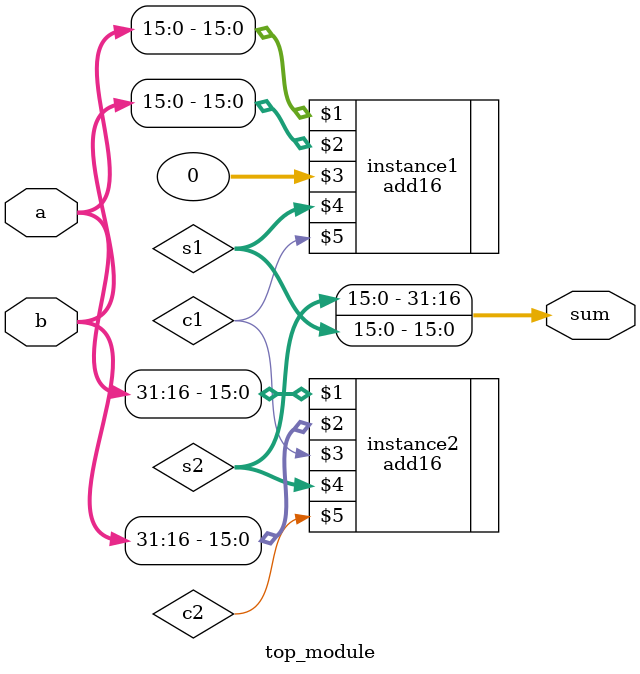
<source format=v>
module top_module(
    input [31:0] a,
    input [31:0] b,
    output [31:0] sum
);
    wire [15:0]s1,s2;
    wire c1,c2;
    add16 instance1(a[15:0],b[15:0],0,s1,c1);
    add16 instance2(a[31:16],b[31:16],c1,s2,c2);
    assign sum={s2,s1};
endmodule

</source>
